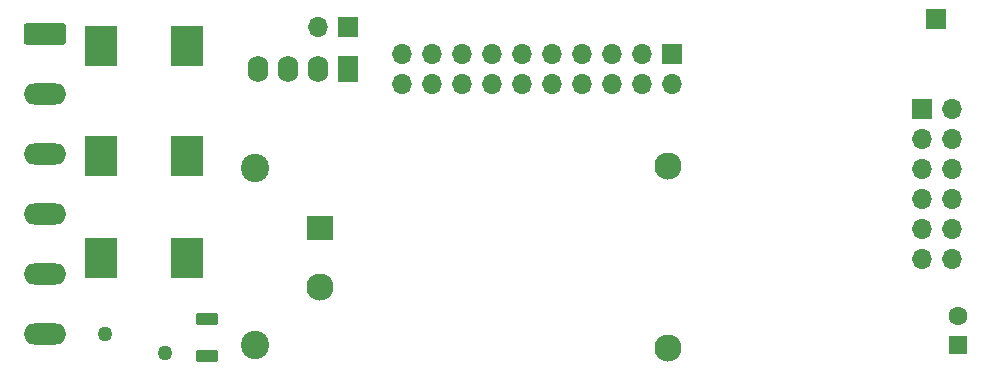
<source format=gts>
G04 #@! TF.GenerationSoftware,KiCad,Pcbnew,7.0.0-da2b9df05c~163~ubuntu22.04.1*
G04 #@! TF.CreationDate,2023-02-25T14:43:59+01:00*
G04 #@! TF.ProjectId,power_board,706f7765-725f-4626-9f61-72642e6b6963,rev?*
G04 #@! TF.SameCoordinates,Original*
G04 #@! TF.FileFunction,Soldermask,Top*
G04 #@! TF.FilePolarity,Negative*
%FSLAX46Y46*%
G04 Gerber Fmt 4.6, Leading zero omitted, Abs format (unit mm)*
G04 Created by KiCad (PCBNEW 7.0.0-da2b9df05c~163~ubuntu22.04.1) date 2023-02-25 14:43:59*
%MOMM*%
%LPD*%
G01*
G04 APERTURE LIST*
G04 Aperture macros list*
%AMRoundRect*
0 Rectangle with rounded corners*
0 $1 Rounding radius*
0 $2 $3 $4 $5 $6 $7 $8 $9 X,Y pos of 4 corners*
0 Add a 4 corners polygon primitive as box body*
4,1,4,$2,$3,$4,$5,$6,$7,$8,$9,$2,$3,0*
0 Add four circle primitives for the rounded corners*
1,1,$1+$1,$2,$3*
1,1,$1+$1,$4,$5*
1,1,$1+$1,$6,$7*
1,1,$1+$1,$8,$9*
0 Add four rect primitives between the rounded corners*
20,1,$1+$1,$2,$3,$4,$5,0*
20,1,$1+$1,$4,$5,$6,$7,0*
20,1,$1+$1,$6,$7,$8,$9,0*
20,1,$1+$1,$8,$9,$2,$3,0*%
G04 Aperture macros list end*
%ADD10R,1.700000X1.700000*%
%ADD11O,1.700000X1.700000*%
%ADD12R,2.800000X3.500000*%
%ADD13RoundRect,0.250000X0.700000X-0.275000X0.700000X0.275000X-0.700000X0.275000X-0.700000X-0.275000X0*%
%ADD14R,1.600000X1.600000*%
%ADD15C,1.600000*%
%ADD16R,1.750000X2.250000*%
%ADD17O,1.750000X2.250000*%
%ADD18C,1.270000*%
%ADD19C,2.400000*%
%ADD20RoundRect,0.250000X-1.550000X0.650000X-1.550000X-0.650000X1.550000X-0.650000X1.550000X0.650000X0*%
%ADD21O,3.600000X1.800000*%
%ADD22R,2.300000X2.000000*%
%ADD23C,2.300000*%
G04 APERTURE END LIST*
D10*
G04 #@! TO.C,J9*
X165190999Y-88945999D03*
D11*
X165190999Y-91485999D03*
X162650999Y-88945999D03*
X162650999Y-91485999D03*
X160110999Y-88945999D03*
X160110999Y-91485999D03*
X157570999Y-88945999D03*
X157570999Y-91485999D03*
X155030999Y-88945999D03*
X155030999Y-91485999D03*
X152490999Y-88945999D03*
X152490999Y-91485999D03*
X149950999Y-88945999D03*
X149950999Y-91485999D03*
X147410999Y-88945999D03*
X147410999Y-91485999D03*
X144870999Y-88945999D03*
X144870999Y-91485999D03*
X142330999Y-88945999D03*
X142330999Y-91485999D03*
G04 #@! TD*
D12*
G04 #@! TO.C,RV2*
X124167999Y-97574999D03*
X116867999Y-97574999D03*
G04 #@! TD*
G04 #@! TO.C,RV3*
X124167999Y-106210999D03*
X116867999Y-106210999D03*
G04 #@! TD*
G04 #@! TO.C,RV1*
X124167999Y-88303999D03*
X116867999Y-88303999D03*
G04 #@! TD*
D10*
G04 #@! TO.C,J3*
X187598799Y-85979199D03*
G04 #@! TD*
D13*
G04 #@! TO.C,L1*
X125826000Y-114529000D03*
X125826000Y-111379000D03*
G04 #@! TD*
D10*
G04 #@! TO.C,J1*
X137794999Y-86652999D03*
D11*
X135254999Y-86652999D03*
G04 #@! TD*
D10*
G04 #@! TO.C,J4*
X186404999Y-93649999D03*
D11*
X188944999Y-93649999D03*
X186404999Y-96189999D03*
X188944999Y-96189999D03*
X186404999Y-98729999D03*
X188944999Y-98729999D03*
X186404999Y-101269999D03*
X188944999Y-101269999D03*
X186404999Y-103809999D03*
X188944999Y-103809999D03*
X186404999Y-106349999D03*
X188944999Y-106349999D03*
G04 #@! TD*
D14*
G04 #@! TO.C,C6*
X189427599Y-113614399D03*
D15*
X189427600Y-111114400D03*
G04 #@! TD*
D16*
G04 #@! TO.C,PS2*
X137789999Y-90208999D03*
D17*
X135249999Y-90208999D03*
X132709999Y-90208999D03*
X130169999Y-90208999D03*
G04 #@! TD*
D18*
G04 #@! TO.C,F1*
X117190000Y-112700000D03*
X122290000Y-114300000D03*
G04 #@! TD*
D19*
G04 #@! TO.C,C1*
X129916000Y-98584000D03*
X129916000Y-113584000D03*
G04 #@! TD*
D20*
G04 #@! TO.C,J2*
X112110000Y-87300000D03*
D21*
X112109999Y-92379999D03*
X112109999Y-97459999D03*
X112109999Y-102539999D03*
X112109999Y-107619999D03*
X112109999Y-112699999D03*
G04 #@! TD*
D22*
G04 #@! TO.C,PS1*
X135440999Y-103663999D03*
D23*
X135441000Y-108664000D03*
X164841000Y-98464000D03*
X164841000Y-113864000D03*
G04 #@! TD*
M02*

</source>
